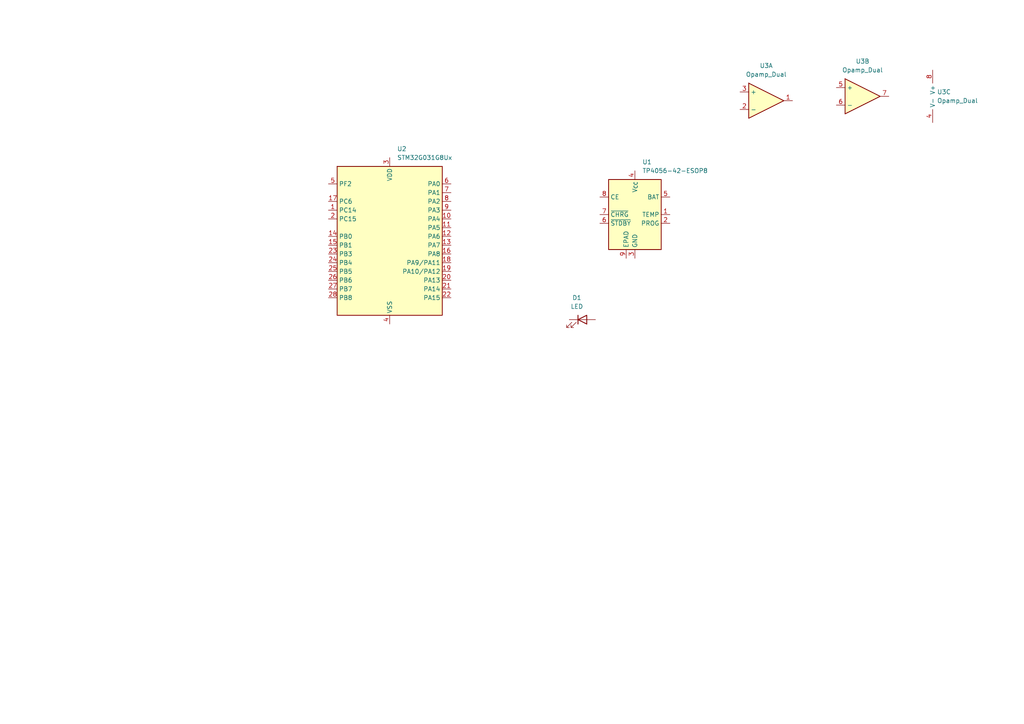
<source format=kicad_sch>
(kicad_sch (version 20250114) (generator "eeschema") (generator_version "9.0")
  (paper "A4")
  (lib_symbols
    (symbol "Battery_Management:TP4056-42-ESOP8"
      (property "Reference" "U" (at -6.604 11.684 0))
      (property "Value" "TP4056-42-ESOP8" (at 10.16 11.684 0))
      (symbol "TP4056-42-ESOP8_1_0"
        (pin input line (at -10.16 5.08 0) (length 2.54) (name "CE") (number "8"))
        (pin open_collector line (at -10.16 0 0) (length 2.54) (name "~{CHRG}") (number "7"))
        (pin open_collector line (at -10.16 -2.54 0) (length 2.54) (name "~{STDBY}") (number "6"))
        (pin passive line (at -2.54 -12.7 90) (length 2.54) (name "EPAD") (number "9"))
        (pin power_in line (at 0 12.7 270) (length 2.54) (name "V_{CC}") (number "4"))
        (pin power_in line (at 0 -12.7 90) (length 2.54) (name "GND") (number "3"))
        (pin power_out line (at 10.16 5.08 180) (length 2.54) (name "BAT") (number "5"))
        (pin input line (at 10.16 0 180) (length 2.54) (name "TEMP") (number "1"))
        (pin passive line (at 10.16 -2.54 180) (length 2.54) (name "PROG") (number "2"))
      )
      (symbol "TP4056-42-ESOP8_1_1"
        (rectangle (start -7.62 10.16) (end 7.62 -10.16) (stroke (width 0.254)) (fill (type background)))
      )
    )
    (symbol "Device:LED" (pin_numbers (hide yes)) (pin_names (offset 1.016) (hide yes))
      (property "Reference" "D" (at 0 2.54 0))
      (property "Value" "LED" (at 0 -2.54 0))
      (symbol "LED_0_1"
        (polyline (pts (xy -3.048 -0.762) (xy -4.572 -2.286) (xy -3.81 -2.286) (xy -4.572 -2.286) (xy -4.572 -1.524)))
        (polyline (pts (xy -1.778 -0.762) (xy -3.302 -2.286) (xy -2.54 -2.286) (xy -3.302 -2.286) (xy -3.302 -1.524)))
        (polyline (pts (xy -1.27 0) (xy 1.27 0)))
        (polyline (pts (xy -1.27 -1.27) (xy -1.27 1.27)) (stroke (width 0.254)))
        (polyline (pts (xy 1.27 -1.27) (xy 1.27 1.27) (xy -1.27 0) (xy 1.27 -1.27)) (stroke (width 0.254)))
      )
      (symbol "LED_1_1"
        (pin passive line (at -3.81 0 0) (length 2.54) (name "K") (number "1"))
        (pin passive line (at 3.81 0 180) (length 2.54) (name "A") (number "2"))
      )
    )
    (symbol "Device:Opamp_Dual"
      (property "Reference" "U" (at 0 5.08 0))
      (property "Value" "Opamp_Dual" (at 0 -5.08 0))
      (symbol "Opamp_Dual_1_1"
        (polyline (pts (xy -5.08 5.08) (xy 5.08 0) (xy -5.08 -5.08) (xy -5.08 5.08)) (stroke (width 0.254)) (fill (type background)))
        (pin input line (at -7.62 2.54 0) (length 2.54) (name "+") (number "3"))
        (pin input line (at -7.62 -2.54 0) (length 2.54) (name "-") (number "2"))
        (pin output line (at 7.62 0 180) (length 2.54) (name "~") (number "1"))
      )
      (symbol "Opamp_Dual_2_1"
        (polyline (pts (xy -5.08 5.08) (xy 5.08 0) (xy -5.08 -5.08) (xy -5.08 5.08)) (stroke (width 0.254)) (fill (type background)))
        (pin input line (at -7.62 2.54 0) (length 2.54) (name "+") (number "5"))
        (pin input line (at -7.62 -2.54 0) (length 2.54) (name "-") (number "6"))
        (pin output line (at 7.62 0 180) (length 2.54) (name "~") (number "7"))
      )
      (symbol "Opamp_Dual_3_1"
        (pin power_in line (at -2.54 7.62 270) (length 3.81) (name "V+") (number "8"))
        (pin power_in line (at -2.54 -7.62 90) (length 3.81) (name "V-") (number "4"))
      )
    )
    (symbol "MCU_ST_STM32G0:STM32G031G8Ux"
      (property "Reference" "U" (at -15.24 24.13 0))
      (property "Value" "STM32G031G8Ux" (at 2.54 24.13 0))
      (symbol "STM32G031G8Ux_0_1"
        (rectangle (start -15.24 -20.32) (end 15.24 22.86) (stroke (width 0.254)) (fill (type background)))
      )
      (symbol "STM32G031G8Ux_1_1"
        (pin bidirectional line (at -17.78 17.78 0) (length 2.54) (name "PF2") (number "5"))
        (pin bidirectional line (at -17.78 12.7 0) (length 2.54) (name "PC6") (number "17"))
        (pin bidirectional line (at -17.78 10.16 0) (length 2.54) (name "PC14") (number "1"))
        (pin bidirectional line (at -17.78 7.62 0) (length 2.54) (name "PC15") (number "2"))
        (pin bidirectional line (at -17.78 2.54 0) (length 2.54) (name "PB0") (number "14"))
        (pin bidirectional line (at -17.78 0 0) (length 2.54) (name "PB1") (number "15"))
        (pin bidirectional line (at -17.78 -2.54 0) (length 2.54) (name "PB3") (number "23"))
        (pin bidirectional line (at -17.78 -5.08 0) (length 2.54) (name "PB4") (number "24"))
        (pin bidirectional line (at -17.78 -7.62 0) (length 2.54) (name "PB5") (number "25"))
        (pin bidirectional line (at -17.78 -10.16 0) (length 2.54) (name "PB6") (number "26"))
        (pin bidirectional line (at -17.78 -12.7 0) (length 2.54) (name "PB7") (number "27"))
        (pin bidirectional line (at -17.78 -15.24 0) (length 2.54) (name "PB8") (number "28"))
        (pin power_in line (at 0 25.4 270) (length 2.54) (name "VDD") (number "3"))
        (pin power_in line (at 0 -22.86 90) (length 2.54) (name "VSS") (number "4"))
        (pin bidirectional line (at 17.78 17.78 180) (length 2.54) (name "PA0") (number "6"))
        (pin bidirectional line (at 17.78 15.24 180) (length 2.54) (name "PA1") (number "7"))
        (pin bidirectional line (at 17.78 12.7 180) (length 2.54) (name "PA2") (number "8"))
        (pin bidirectional line (at 17.78 10.16 180) (length 2.54) (name "PA3") (number "9"))
        (pin bidirectional line (at 17.78 7.62 180) (length 2.54) (name "PA4") (number "10"))
        (pin bidirectional line (at 17.78 5.08 180) (length 2.54) (name "PA5") (number "11"))
        (pin bidirectional line (at 17.78 2.54 180) (length 2.54) (name "PA6") (number "12"))
        (pin bidirectional line (at 17.78 0 180) (length 2.54) (name "PA7") (number "13"))
        (pin bidirectional line (at 17.78 -2.54 180) (length 2.54) (name "PA8") (number "16"))
        (pin bidirectional line (at 17.78 -5.08 180) (length 2.54) (name "PA9/PA11") (number "18"))
        (pin bidirectional line (at 17.78 -7.62 180) (length 2.54) (name "PA10/PA12") (number "19"))
        (pin bidirectional line (at 17.78 -10.16 180) (length 2.54) (name "PA13") (number "20"))
        (pin bidirectional line (at 17.78 -12.7 180) (length 2.54) (name "PA14") (number "21"))
        (pin bidirectional line (at 17.78 -15.24 180) (length 2.54) (name "PA15") (number "22"))
      )
    )
  )
  (symbol (lib_id "Battery_Management:TP4056-42-ESOP8") (at 184.15 62.23 0) (unit 1)
    (property "Reference" "U1" (at 186.2933 46.99 0) (effects (justify left)))
    (property "Value" "TP4056-42-ESOP8" (at 186.2933 49.53 0) (effects (justify left)))
    (property "Footprint" "Package_SO:SOIC-8-1EP_3.9x4.9mm_P1.27mm_EP2.41x3.3mm_ThermalVias" (effects (hide yes)))
    (property "Datasheet" "https://www.lcsc.com/datasheet/lcsc_datasheet_2410121619_TOPPOWER-Nanjing-Extension-Microelectronics-TP4056-42-ESOP8_C16581.pdf" (effects (hide yes)))
    (property "Description" "1A Standalone Linear Li-ion/LiPo single-cell battery charger, 4.2V ±1% charge voltage, VCC = 4.0..8.0V, SOIC-8 (SOP-8)" (effects (hide yes)))
  )
  (symbol (lib_id "Device:LED") (at 168.91 92.71 0) (unit 1)
    (property "Reference" "D1" (at 167.3225 86.36 0))
    (property "Value" "LED" (at 167.3225 88.9 0))
    (property "Footprint" "Library:LED" (effects (hide yes)))
    (property "Description" "Light emitting diode" (effects (hide yes)))
    (property "Sim.Pins" "1=K 2=A" (effects (hide yes)))
  )
  (symbol (lib_id "MCU_ST_STM32G0:STM32G031G8Ux") (at 113.03 71.12 0) (unit 1)
    (property "Reference" "U2" (at 115.1733 43.18 0) (effects (justify left)))
    (property "Value" "STM32G031G8Ux" (at 115.1733 45.72 0) (effects (justify left)))
    (property "Footprint" "Package_DFN_QFN:QFN-28_4x4mm_P0.5mm" (effects (hide yes)))
    (property "Datasheet" "https://www.st.com/resource/en/datasheet/stm32g031g8.pdf" (effects (hide yes)))
    (property "Description" "STMicroelectronics Arm Cortex-M0+ MCU, 64KB flash, 8KB RAM, 64 MHz, 1.7-3.6V, 26 GPIO, UFQFPN28" (effects (hide yes)))
  )
  (symbol (lib_id "Device:Opamp_Dual") (at 273.05 27.94 0) (unit 3)
    (property "Reference" "U3" (at 271.78 26.6699 0) (effects (justify left)))
    (property "Value" "Opamp_Dual" (at 271.78 29.2099 0) (effects (justify left)))
    (property "Footprint" "Package_SO:SOIC-8_3.9x4.9mm_P1.27mm" (effects (hide yes)))
    (property "Description" "Dual operational amplifier" (effects (hide yes)))
    (property "Sim.Library" "${KICAD9_SYMBOL_DIR}/Simulation_SPICE.sp" (effects (hide yes)))
    (property "Sim.Name" "kicad_builtin_opamp_dual" (effects (hide yes)))
    (property "Sim.Device" "SUBCKT" (effects (hide yes)))
    (property "Sim.Pins" "1=out1 2=in1- 3=in1+ 4=vee 5=in2+ 6=in2- 7=out2 8=vcc" (effects (hide yes)))
  )
  (symbol (lib_id "Device:Opamp_Dual") (at 250.19 27.94 0) (unit 2)
    (property "Reference" "U3" (at 250.19 17.78 0))
    (property "Value" "Opamp_Dual" (at 250.19 20.32 0))
    (property "Footprint" "Package_SO:SOIC-8_3.9x4.9mm_P1.27mm" (effects (hide yes)))
    (property "Description" "Dual operational amplifier" (effects (hide yes)))
    (property "Sim.Library" "${KICAD9_SYMBOL_DIR}/Simulation_SPICE.sp" (effects (hide yes)))
    (property "Sim.Name" "kicad_builtin_opamp_dual" (effects (hide yes)))
    (property "Sim.Device" "SUBCKT" (effects (hide yes)))
    (property "Sim.Pins" "1=out1 2=in1- 3=in1+ 4=vee 5=in2+ 6=in2- 7=out2 8=vcc" (effects (hide yes)))
  )
  (symbol (lib_id "Device:Opamp_Dual") (at 222.25 29.21 0) (unit 1)
    (property "Reference" "U3" (at 222.25 19.05 0))
    (property "Value" "Opamp_Dual" (at 222.25 21.59 0))
    (property "Footprint" "Package_SO:SOIC-8_3.9x4.9mm_P1.27mm" (effects (hide yes)))
    (property "Description" "Dual operational amplifier" (effects (hide yes)))
    (property "Sim.Library" "${KICAD9_SYMBOL_DIR}/Simulation_SPICE.sp" (effects (hide yes)))
    (property "Sim.Name" "kicad_builtin_opamp_dual" (effects (hide yes)))
    (property "Sim.Device" "SUBCKT" (effects (hide yes)))
    (property "Sim.Pins" "1=out1 2=in1- 3=in1+ 4=vee 5=in2+ 6=in2- 7=out2 8=vcc" (effects (hide yes)))
  )
)
</source>
